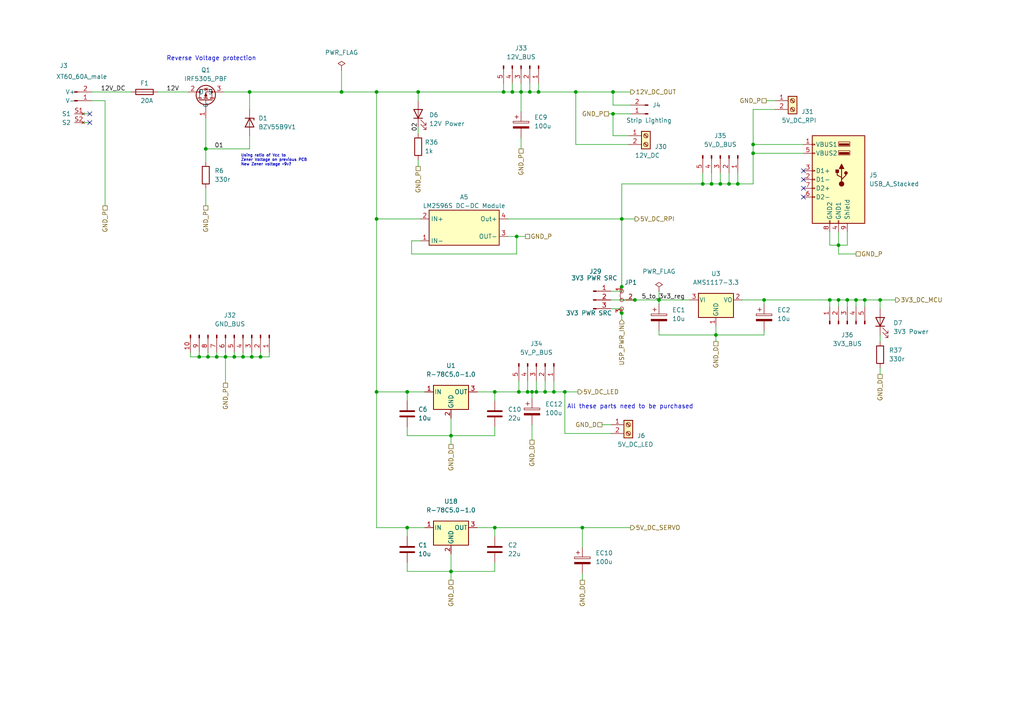
<source format=kicad_sch>
(kicad_sch (version 20211123) (generator eeschema)
  (paper "A4")
  (lib_symbols
    (symbol "000_Capacitor_Electrolytic_Immo:100u" (pin_numbers hide) (pin_names (offset 0.254))
      (property "Reference" "EC" (at 0.635 2.54 0))
      (property "Value" "100u" (at 0.635 -2.54 0))
      (symbol "100u_0_1"
        (rectangle (start -2.286 0.508) (end 2.286 1.016))
        (polyline (pts (xy -1.778 2.286) (xy -0.762 2.286)))
        (polyline (pts (xy -1.27 2.794) (xy -1.27 1.778)))
        (rectangle (start 2.286 -0.508) (end -2.286 -1.016) (fill (type outline)))
      )
      (symbol "100u_1_1"
        (pin passive line (at 0 3.81 270) (length 2.794) (name "~") (number "1"))
        (pin passive line (at 0 -3.81 90) (length 2.794) (name "~") (number "2"))
      )
    )
    (symbol "000_Capacitor_Electrolytic_Immo:22u" (pin_numbers hide) (pin_names (offset 0.254))
      (property "Reference" "EC" (at 0.635 2.54 0))
      (property "Value" "22u" (at 0.635 -2.54 0))
      (symbol "22u_0_1"
        (rectangle (start -2.286 0.508) (end 2.286 1.016))
        (polyline (pts (xy -1.778 2.286) (xy -0.762 2.286)))
        (polyline (pts (xy -1.27 2.794) (xy -1.27 1.778)))
        (rectangle (start 2.286 -0.508) (end -2.286 -1.016) (fill (type outline)))
      )
      (symbol "22u_1_1"
        (pin passive line (at 0 3.81 270) (length 2.794) (name "~") (number "1"))
        (pin passive line (at 0 -3.81 90) (length 2.794) (name "~") (number "2"))
      )
    )
    (symbol "000_Capacitor_Film_Immo:cap_film_0805" (pin_numbers hide) (pin_names (offset 0.254))
      (property "Reference" "C" (at 0.635 2.54 0))
      (property "Value" "cap_film_0805" (at 0.635 -2.54 0))
      (symbol "cap_film_0805_0_1"
        (polyline (pts (xy -2.032 -0.762) (xy 2.032 -0.762)) (stroke (width 0.508)))
        (polyline (pts (xy -2.032 0.762) (xy 2.032 0.762)) (stroke (width 0.508)))
      )
      (symbol "cap_film_0805_1_1"
        (pin passive line (at 0 3.81 270) (length 2.794) (name "~") (number "1"))
        (pin passive line (at 0 -3.81 90) (length 2.794) (name "~") (number "2"))
      )
    )
    (symbol "000_Connectors_Immo:2pin_molex_2.54mm_male" (pin_names (offset 1.016) hide)
      (property "Reference" "J" (at 0 2.54 0))
      (property "Value" "2pin_molex_2.54mm_male" (at 0 -5.08 0))
      (symbol "2pin_molex_2.54mm_male_1_1"
        (polyline (pts (xy 1.27 -2.54) (xy 0.8636 -2.54)) (stroke (width 0.1524)))
        (polyline (pts (xy 1.27 0) (xy 0.8636 0)) (stroke (width 0.1524)))
        (rectangle (start 0.8636 -2.413) (end 0 -2.667) (stroke (width 0.1524)) (fill (type outline)))
        (rectangle (start 0.8636 0.127) (end 0 -0.127) (stroke (width 0.1524)) (fill (type outline)))
        (pin passive line (at 5.08 0 180) (length 3.81) (name "Pin_1") (number "1"))
        (pin passive line (at 5.08 -2.54 180) (length 3.81) (name "Pin_2") (number "2"))
      )
    )
    (symbol "000_Connectors_Immo:Jumper_3_Bridged12" (pin_names (offset 0) hide)
      (property "Reference" "JP" (at -2.54 -2.54 0))
      (property "Value" "Jumper_3_Bridged12" (at 0 2.794 0))
      (symbol "Jumper_3_Bridged12_0_0"
        (circle (center -2.54 0) (radius 0.508))
        (circle (center 0 0) (radius 0.508))
        (circle (center 2.54 0) (radius 0.508))
      )
      (symbol "Jumper_3_Bridged12_0_1"
        (arc (start 0 -0.0807) (mid -1.27 0.4699) (end -2.54 -0.0807))
        (polyline (pts (xy 0 -1.27) (xy 0 -0.508)))
      )
      (symbol "Jumper_3_Bridged12_1_1"
        (pin passive line (at -3.81 0 0) (length 1.27) (name "A") (number "1"))
        (pin input line (at 0 -3.81 90) (length 2.54) (name "C") (number "2"))
        (pin passive line (at 3.81 0 180) (length 1.27) (name "B") (number "3"))
      )
    )
    (symbol "000_Connectors_Immo:XT60_60A_male" (pin_names (offset 1.016))
      (property "Reference" "J?" (at -0.635 6.985 0))
      (property "Value" "XT60_60A_male" (at 10.795 3.81 0))
      (symbol "XT60_60A_male_1_1"
        (rectangle (start 0 -1.778) (end 0.8636 -2.032) (stroke (width 0.1524)) (fill (type outline)))
        (polyline (pts (xy 1.27 -1.905) (xy 0.8636 -1.905)) (stroke (width 0.1524)))
        (polyline (pts (xy 1.27 0.635) (xy 0.8636 0.635)) (stroke (width 0.1524)))
        (rectangle (start 0 0.762) (end 0.8636 0.508) (stroke (width 0.1524)) (fill (type outline)))
        (pin passive line (at 5.08 -1.905 180) (length 3.81) (name "V-") (number "1"))
        (pin passive line (at 5.08 0.635 180) (length 3.81) (name "V+") (number "2"))
        (pin no_connect line (at 2.54 -5.715 180) (length 2.54) (name "S1") (number "S1"))
        (pin no_connect line (at 2.54 -8.255 180) (length 2.54) (name "S2") (number "S2"))
      )
    )
    (symbol "000_MOSFET_Immo:IRF5305_PBF"
      (property "Reference" "Q?" (at 0 10.16 90))
      (property "Value" "IRF5305_PBF" (at 5.08 8.89 90))
      (symbol "IRF5305_PBF_0_1"
        (polyline (pts (xy 0.254 0) (xy -2.54 0)))
        (polyline (pts (xy 0.254 1.905) (xy 0.254 -1.905)) (stroke (width 0.254)))
        (polyline (pts (xy 0.762 -1.27) (xy 0.762 -2.286)) (stroke (width 0.254)))
        (polyline (pts (xy 0.762 0.508) (xy 0.762 -0.508)) (stroke (width 0.254)))
        (polyline (pts (xy 0.762 2.286) (xy 0.762 1.27)) (stroke (width 0.254)))
        (polyline (pts (xy 2.54 2.54) (xy 2.54 1.778)))
        (polyline (pts (xy 2.54 -2.54) (xy 2.54 0) (xy 0.762 0)))
        (polyline (pts (xy 0.762 1.778) (xy 3.302 1.778) (xy 3.302 -1.778) (xy 0.762 -1.778)))
        (polyline (pts (xy 2.286 0) (xy 1.27 0.381) (xy 1.27 -0.381) (xy 2.286 0)) (fill (type outline)))
        (polyline (pts (xy 2.794 -0.508) (xy 2.921 -0.381) (xy 3.683 -0.381) (xy 3.81 -0.254)))
        (polyline (pts (xy 3.302 -0.381) (xy 2.921 0.254) (xy 3.683 0.254) (xy 3.302 -0.381)))
        (circle (center 1.651 0) (radius 2.794) (stroke (width 0.254)))
        (circle (center 2.54 -1.778) (radius 0.254) (fill (type outline)))
        (circle (center 2.54 1.778) (radius 0.254) (fill (type outline)))
      )
      (symbol "IRF5305_PBF_1_1"
        (pin input line (at -5.08 0 0) (length 2.54) (name "G") (number "1"))
        (pin passive line (at 2.54 5.08 270) (length 2.54) (name "D") (number "2"))
        (pin passive line (at 2.54 -5.08 90) (length 2.54) (name "S") (number "3"))
      )
    )
    (symbol "000_Modules_Immo:LM2596S DC-DC Module"
      (property "Reference" "A" (at -10.16 8.89 0))
      (property "Value" "LM2596S DC-DC Module" (at -10.16 6.35 0))
      (symbol "LM2596S DC-DC Module_0_1"
        (rectangle (start -10.16 5.08) (end 10.16 -5.08) (stroke (width 0.254)) (fill (type background)))
      )
      (symbol "LM2596S DC-DC Module_1_1"
        (pin power_in line (at -12.7 -3.81 0) (length 2.54) (name "IN-") (number "1"))
        (pin power_in line (at -12.7 2.54 0) (length 2.54) (name "IN+") (number "2"))
        (pin power_out line (at 12.7 -2.54 180) (length 2.54) (name "OUT-") (number "3"))
        (pin power_out line (at 12.7 2.54 180) (length 2.54) (name "Out+") (number "4"))
      )
    )
    (symbol "000_Pin_Headers_Immo:Conn_01x05_Male" (pin_names (offset 1.016) hide)
      (property "Reference" "J" (at 0 7.62 0))
      (property "Value" "Conn_01x05_Male" (at 0 -7.62 0))
      (symbol "Conn_01x05_Male_1_1"
        (polyline (pts (xy 1.27 -5.08) (xy 0.8636 -5.08)) (stroke (width 0.1524)))
        (polyline (pts (xy 1.27 -2.54) (xy 0.8636 -2.54)) (stroke (width 0.1524)))
        (polyline (pts (xy 1.27 0) (xy 0.8636 0)) (stroke (width 0.1524)))
        (polyline (pts (xy 1.27 2.54) (xy 0.8636 2.54)) (stroke (width 0.1524)))
        (polyline (pts (xy 1.27 5.08) (xy 0.8636 5.08)) (stroke (width 0.1524)))
        (rectangle (start 0.8636 -4.953) (end 0 -5.207) (stroke (width 0.1524)) (fill (type outline)))
        (rectangle (start 0.8636 -2.413) (end 0 -2.667) (stroke (width 0.1524)) (fill (type outline)))
        (rectangle (start 0.8636 0.127) (end 0 -0.127) (stroke (width 0.1524)) (fill (type outline)))
        (rectangle (start 0.8636 2.667) (end 0 2.413) (stroke (width 0.1524)) (fill (type outline)))
        (rectangle (start 0.8636 5.207) (end 0 4.953) (stroke (width 0.1524)) (fill (type outline)))
        (pin passive line (at 5.08 5.08 180) (length 3.81) (name "Pin_1") (number "1"))
        (pin passive line (at 5.08 2.54 180) (length 3.81) (name "Pin_2") (number "2"))
        (pin passive line (at 5.08 0 180) (length 3.81) (name "Pin_3") (number "3"))
        (pin passive line (at 5.08 -2.54 180) (length 3.81) (name "Pin_4") (number "4"))
        (pin passive line (at 5.08 -5.08 180) (length 3.81) (name "Pin_5") (number "5"))
      )
    )
    (symbol "000_Protection_Immo:Fuse" (pin_numbers hide) (pin_names (offset 0))
      (property "Reference" "F" (at 2.032 0 90))
      (property "Value" "Fuse" (at -1.905 0 90))
      (symbol "Fuse_0_1"
        (rectangle (start -0.762 -2.54) (end 0.762 2.54) (stroke (width 0.254)))
        (polyline (pts (xy 0 2.54) (xy 0 -2.54)))
      )
      (symbol "Fuse_1_1"
        (pin passive line (at 0 3.81 270) (length 1.27) (name "~") (number "1"))
        (pin passive line (at 0 -3.81 90) (length 1.27) (name "~") (number "2"))
      )
    )
    (symbol "000_Resistors_Immo:Resistor_0805" (pin_numbers hide) (pin_names (offset 0))
      (property "Reference" "R?" (at -2.54 3.81 0))
      (property "Value" "Resistor_0805" (at -5.08 2.54 0))
      (symbol "Resistor_0805_0_1"
        (rectangle (start 2.54 -1.016) (end -2.54 1.016) (stroke (width 0.254)))
      )
      (symbol "Resistor_0805_1_1"
        (pin passive line (at -3.81 0 0) (length 1.27) (name "~") (number "1"))
        (pin passive line (at 3.81 0 180) (length 1.27) (name "~") (number "2"))
      )
    )
    (symbol "Connector:Conn_01x03_Male" (pin_names (offset 1.016) hide)
      (property "Reference" "J" (at 0 5.08 0))
      (property "Value" "Conn_01x03_Male" (at 2.54 -4.191 0))
      (symbol "Conn_01x03_Male_1_1"
        (polyline (pts (xy 1.27 -2.54) (xy 0.8636 -2.54)) (stroke (width 0.1524)))
        (polyline (pts (xy 1.27 0) (xy 0.8636 0)) (stroke (width 0.1524)))
        (polyline (pts (xy 1.27 2.54) (xy 0.8636 2.54)) (stroke (width 0.1524)))
        (rectangle (start 0.8636 -2.413) (end 0 -2.667) (stroke (width 0.1524)) (fill (type outline)))
        (rectangle (start 0.8636 0.127) (end 0 -0.127) (stroke (width 0.1524)) (fill (type outline)))
        (rectangle (start 0.8636 2.667) (end 0 2.413) (stroke (width 0.1524)) (fill (type outline)))
        (pin passive line (at 5.08 2.54 180) (length 3.81) (name "Pin_1") (number "1"))
        (pin passive line (at 5.08 0 180) (length 3.81) (name "Pin_2") (number "2"))
        (pin passive line (at 5.08 -2.54 180) (length 3.81) (name "Pin_3") (number "3"))
      )
    )
    (symbol "Connector:Conn_01x10_Male" (pin_names (offset 1.016) hide)
      (property "Reference" "J" (at 0 12.7 0))
      (property "Value" "Conn_01x10_Male" (at 0 -15.24 0))
      (symbol "Conn_01x10_Male_1_1"
        (polyline (pts (xy 1.27 -12.7) (xy 0.8636 -12.7)) (stroke (width 0.1524)))
        (polyline (pts (xy 1.27 -10.16) (xy 0.8636 -10.16)) (stroke (width 0.1524)))
        (polyline (pts (xy 1.27 -7.62) (xy 0.8636 -7.62)) (stroke (width 0.1524)))
        (polyline (pts (xy 1.27 -5.08) (xy 0.8636 -5.08)) (stroke (width 0.1524)))
        (polyline (pts (xy 1.27 -2.54) (xy 0.8636 -2.54)) (stroke (width 0.1524)))
        (polyline (pts (xy 1.27 0) (xy 0.8636 0)) (stroke (width 0.1524)))
        (polyline (pts (xy 1.27 2.54) (xy 0.8636 2.54)) (stroke (width 0.1524)))
        (polyline (pts (xy 1.27 5.08) (xy 0.8636 5.08)) (stroke (width 0.1524)))
        (polyline (pts (xy 1.27 7.62) (xy 0.8636 7.62)) (stroke (width 0.1524)))
        (polyline (pts (xy 1.27 10.16) (xy 0.8636 10.16)) (stroke (width 0.1524)))
        (rectangle (start 0.8636 -12.573) (end 0 -12.827) (stroke (width 0.1524)) (fill (type outline)))
        (rectangle (start 0.8636 -10.033) (end 0 -10.287) (stroke (width 0.1524)) (fill (type outline)))
        (rectangle (start 0.8636 -7.493) (end 0 -7.747) (stroke (width 0.1524)) (fill (type outline)))
        (rectangle (start 0.8636 -4.953) (end 0 -5.207) (stroke (width 0.1524)) (fill (type outline)))
        (rectangle (start 0.8636 -2.413) (end 0 -2.667) (stroke (width 0.1524)) (fill (type outline)))
        (rectangle (start 0.8636 0.127) (end 0 -0.127) (stroke (width 0.1524)) (fill (type outline)))
        (rectangle (start 0.8636 2.667) (end 0 2.413) (stroke (width 0.1524)) (fill (type outline)))
        (rectangle (start 0.8636 5.207) (end 0 4.953) (stroke (width 0.1524)) (fill (type outline)))
        (rectangle (start 0.8636 7.747) (end 0 7.493) (stroke (width 0.1524)) (fill (type outline)))
        (rectangle (start 0.8636 10.287) (end 0 10.033) (stroke (width 0.1524)) (fill (type outline)))
        (pin passive line (at 5.08 10.16 180) (length 3.81) (name "Pin_1") (number "1"))
        (pin passive line (at 5.08 -12.7 180) (length 3.81) (name "Pin_10") (number "10"))
        (pin passive line (at 5.08 7.62 180) (length 3.81) (name "Pin_2") (number "2"))
        (pin passive line (at 5.08 5.08 180) (length 3.81) (name "Pin_3") (number "3"))
        (pin passive line (at 5.08 2.54 180) (length 3.81) (name "Pin_4") (number "4"))
        (pin passive line (at 5.08 0 180) (length 3.81) (name "Pin_5") (number "5"))
        (pin passive line (at 5.08 -2.54 180) (length 3.81) (name "Pin_6") (number "6"))
        (pin passive line (at 5.08 -5.08 180) (length 3.81) (name "Pin_7") (number "7"))
        (pin passive line (at 5.08 -7.62 180) (length 3.81) (name "Pin_8") (number "8"))
        (pin passive line (at 5.08 -10.16 180) (length 3.81) (name "Pin_9") (number "9"))
      )
    )
    (symbol "Connector:Screw_Terminal_01x02" (pin_names (offset 1.016) hide)
      (property "Reference" "J" (at 0 2.54 0))
      (property "Value" "Screw_Terminal_01x02" (at 0 -5.08 0))
      (symbol "Screw_Terminal_01x02_1_1"
        (rectangle (start -1.27 1.27) (end 1.27 -3.81) (stroke (width 0.254)) (fill (type background)))
        (circle (center 0 -2.54) (radius 0.635) (stroke (width 0.1524)))
        (polyline (pts (xy -0.5334 -2.2098) (xy 0.3302 -3.048)) (stroke (width 0.1524)))
        (polyline (pts (xy -0.5334 0.3302) (xy 0.3302 -0.508)) (stroke (width 0.1524)))
        (polyline (pts (xy -0.3556 -2.032) (xy 0.508 -2.8702)) (stroke (width 0.1524)))
        (polyline (pts (xy -0.3556 0.508) (xy 0.508 -0.3302)) (stroke (width 0.1524)))
        (circle (center 0 0) (radius 0.635) (stroke (width 0.1524)))
        (pin passive line (at -5.08 0 0) (length 3.81) (name "Pin_1") (number "1"))
        (pin passive line (at -5.08 -2.54 0) (length 3.81) (name "Pin_2") (number "2"))
      )
    )
    (symbol "Connector:USB_A_Stacked" (pin_names (offset 1.016))
      (property "Reference" "J" (at 0 15.875 0))
      (property "Value" "USB_A_Stacked" (at 0 13.97 0))
      (symbol "USB_A_Stacked_0_1"
        (rectangle (start -7.62 12.7) (end 7.62 -12.7) (stroke (width 0.254)) (fill (type background)))
        (circle (center -2.159 1.905) (radius 0.381) (stroke (width 0.254)) (fill (type outline)))
        (circle (center -0.889 -1.27) (radius 0.635) (stroke (width 0.254)) (fill (type outline)))
        (rectangle (start -0.254 7.366) (end -3.048 7.874) (fill (type outline)))
        (rectangle (start -0.254 9.906) (end -3.048 10.414) (fill (type outline)))
        (rectangle (start -0.127 -12.7) (end 0.127 -11.938))
        (polyline (pts (xy -1.524 3.175) (xy -0.254 3.175) (xy -0.889 4.445) (xy -1.524 3.175)) (stroke (width 0.254)) (fill (type outline)))
        (polyline (pts (xy -0.889 -0.635) (xy -0.889 0) (xy -2.159 1.27) (xy -2.159 1.905)) (stroke (width 0.254)))
        (polyline (pts (xy -0.889 0) (xy -0.889 0.635) (xy 0.381 1.27) (xy 0.381 2.54)) (stroke (width 0.254)))
        (rectangle (start 0 2.794) (end 0.762 2.032) (stroke (width 0.254)) (fill (type outline)))
        (rectangle (start 0 7.112) (end -3.302 8.382))
        (rectangle (start 0 9.652) (end -3.302 10.922))
        (rectangle (start 2.413 -12.7) (end 2.667 -11.938))
        (rectangle (start 7.62 -5.207) (end 6.858 -4.953))
        (rectangle (start 7.62 -2.667) (end 6.858 -2.413))
        (rectangle (start 7.62 -0.127) (end 6.858 0.127))
        (rectangle (start 7.62 2.413) (end 6.858 2.667))
        (rectangle (start 7.62 7.493) (end 6.858 7.747))
        (rectangle (start 7.62 10.033) (end 6.858 10.287))
      )
      (symbol "USB_A_Stacked_1_1"
        (polyline (pts (xy -0.889 0.635) (xy -0.889 3.175)) (stroke (width 0.254)))
        (pin power_in line (at 10.16 10.16 180) (length 2.54) (name "VBUS1") (number "1"))
        (pin bidirectional line (at 10.16 0 180) (length 2.54) (name "D1-") (number "2"))
        (pin bidirectional line (at 10.16 2.54 180) (length 2.54) (name "D1+") (number "3"))
        (pin power_in line (at 0 -15.24 90) (length 2.54) (name "GND1") (number "4"))
        (pin power_in line (at 10.16 7.62 180) (length 2.54) (name "VBUS2") (number "5"))
        (pin bidirectional line (at 10.16 -5.08 180) (length 2.54) (name "D2-") (number "6"))
        (pin bidirectional line (at 10.16 -2.54 180) (length 2.54) (name "D2+") (number "7"))
        (pin power_in line (at 2.54 -15.24 90) (length 2.54) (name "GND2") (number "8"))
        (pin passive line (at -2.54 -15.24 90) (length 2.54) (name "Shield") (number "9"))
      )
    )
    (symbol "Device:LED" (pin_numbers hide) (pin_names (offset 1.016) hide)
      (property "Reference" "D" (at 0 2.54 0))
      (property "Value" "LED" (at 0 -2.54 0))
      (symbol "LED_0_1"
        (polyline (pts (xy -1.27 -1.27) (xy -1.27 1.27)) (stroke (width 0.254)))
        (polyline (pts (xy -1.27 0) (xy 1.27 0)))
        (polyline (pts (xy 1.27 -1.27) (xy 1.27 1.27) (xy -1.27 0) (xy 1.27 -1.27)) (stroke (width 0.254)))
        (polyline (pts (xy -3.048 -0.762) (xy -4.572 -2.286) (xy -3.81 -2.286) (xy -4.572 -2.286) (xy -4.572 -1.524)))
        (polyline (pts (xy -1.778 -0.762) (xy -3.302 -2.286) (xy -2.54 -2.286) (xy -3.302 -2.286) (xy -3.302 -1.524)))
      )
      (symbol "LED_1_1"
        (pin passive line (at -3.81 0 0) (length 2.54) (name "K") (number "1"))
        (pin passive line (at 3.81 0 180) (length 2.54) (name "A") (number "2"))
      )
    )
    (symbol "Diode:BZV55B9V1" (pin_numbers hide) (pin_names (offset 1.016) hide)
      (property "Reference" "D" (at 0 2.54 0))
      (property "Value" "BZV55B9V1" (at 0 -2.54 0))
      (symbol "BZV55B9V1_0_1"
        (polyline (pts (xy 1.27 0) (xy -1.27 0)))
        (polyline (pts (xy -1.27 -1.27) (xy -1.27 1.27) (xy -0.762 1.27)) (stroke (width 0.254)))
        (polyline (pts (xy 1.27 -1.27) (xy 1.27 1.27) (xy -1.27 0) (xy 1.27 -1.27)) (stroke (width 0.254)))
      )
      (symbol "BZV55B9V1_1_1"
        (pin passive line (at -3.81 0 0) (length 2.54) (name "K") (number "1"))
        (pin passive line (at 3.81 0 180) (length 2.54) (name "A") (number "2"))
      )
    )
    (symbol "Regulator_Linear:AMS1117-3.3" (pin_names (offset 0.254))
      (property "Reference" "U" (at -3.81 3.175 0))
      (property "Value" "AMS1117-3.3" (at 0 3.175 0))
      (symbol "AMS1117-3.3_0_1"
        (rectangle (start -5.08 -5.08) (end 5.08 1.905) (stroke (width 0.254)) (fill (type background)))
      )
      (symbol "AMS1117-3.3_1_1"
        (pin power_in line (at 0 -7.62 90) (length 2.54) (name "GND") (number "1"))
        (pin power_out line (at 7.62 0 180) (length 2.54) (name "VO") (number "2"))
        (pin power_in line (at -7.62 0 0) (length 2.54) (name "VI") (number "3"))
      )
    )
    (symbol "Regulator_Switching:R-78C5.0-1.0" (pin_names (offset 0.254))
      (property "Reference" "U" (at -3.81 3.175 0))
      (property "Value" "R-78C5.0-1.0" (at 0 3.175 0))
      (symbol "R-78C5.0-1.0_0_1"
        (rectangle (start -5.08 1.905) (end 5.08 -5.08) (stroke (width 0.254)) (fill (type background)))
      )
      (symbol "R-78C5.0-1.0_1_1"
        (pin power_in line (at -7.62 0 0) (length 2.54) (name "IN") (number "1"))
        (pin power_in line (at 0 -7.62 90) (length 2.54) (name "GND") (number "2"))
        (pin power_out line (at 7.62 0 180) (length 2.54) (name "OUT") (number "3"))
      )
    )
    (symbol "power:PWR_FLAG" (power) (pin_numbers hide) (pin_names (offset 0) hide)
      (property "Value" "PWR_FLAG" (at 0 3.81 0))
      (symbol "PWR_FLAG_0_0"
        (pin power_out line (at 0 0 90) (length 0) (name "pwr") (number "1"))
      )
      (symbol "PWR_FLAG_0_1"
        (polyline (pts (xy 0 0) (xy 0 1.27) (xy -1.016 1.905) (xy 0 2.54) (xy 1.016 1.905) (xy 0 1.27)))
      )
    )
  )
  (junction (at 70.485 103.505))
  (junction (at 203.835 53.34))
  (junction (at 248.285 86.995))
  (junction (at 206.375 53.34))
  (junction (at 184.15 86.995))
  (junction (at 208.915 53.34))
  (junction (at 240.665 86.995))
  (junction (at 99.06 26.67))
  (junction (at 211.455 53.34))
  (junction (at 109.22 26.67))
  (junction (at 156.21 26.67))
  (junction (at 218.44 41.91))
  (junction (at 109.22 113.665))
  (junction (at 154.305 113.665))
  (junction (at 143.51 113.665))
  (junction (at 153.035 113.665))
  (junction (at 177.8 26.67))
  (junction (at 250.825 86.995))
  (junction (at 158.115 113.665))
  (junction (at 109.22 63.5))
  (junction (at 130.81 165.735))
  (junction (at 121.285 26.67))
  (junction (at 73.025 103.505))
  (junction (at 243.205 71.12))
  (junction (at 151.13 26.67))
  (junction (at 72.39 26.67))
  (junction (at 60.325 103.505))
  (junction (at 191.135 86.995))
  (junction (at 180.34 63.5))
  (junction (at 243.205 86.995))
  (junction (at 67.945 103.505))
  (junction (at 153.67 26.67))
  (junction (at 149.86 68.58))
  (junction (at 255.27 86.995))
  (junction (at 167.005 26.67))
  (junction (at 57.785 103.505))
  (junction (at 150.495 113.665))
  (junction (at 155.575 113.665))
  (junction (at 163.83 113.665))
  (junction (at 59.69 43.18))
  (junction (at 160.655 113.665))
  (junction (at 130.81 126.365))
  (junction (at 146.05 26.67))
  (junction (at 65.405 103.505))
  (junction (at 168.91 153.035))
  (junction (at 75.565 103.505))
  (junction (at 207.645 97.155))
  (junction (at 213.995 53.34))
  (junction (at 148.59 26.67))
  (junction (at 177.8 33.02))
  (junction (at 245.745 86.995))
  (junction (at 218.44 44.45))
  (junction (at 62.865 103.505))
  (junction (at 118.11 153.035))
  (junction (at 221.615 86.995))
  (junction (at 143.51 153.035))
  (junction (at 180.34 90.805))
  (junction (at 118.11 113.665))
  (junction (at 180.34 83.185))
  (no_connect (at 233.045 49.53))
  (no_connect (at 233.045 52.07))
  (no_connect (at 233.045 54.61))
  (no_connect (at 233.045 57.15))
  (no_connect (at 26.035 33.02))
  (no_connect (at 26.035 35.56))
  (wire (pts (xy 221.615 86.995) (xy 221.615 88.265)))
  (wire (pts (xy 143.51 113.665) (xy 150.495 113.665)))
  (wire (pts (xy 118.11 113.665) (xy 118.11 116.205)))
  (wire (pts (xy 255.27 86.995) (xy 259.715 86.995)))
  (wire (pts (xy 153.67 26.67) (xy 156.21 26.67)))
  (wire (pts (xy 177.8 33.02) (xy 182.88 33.02)))
  (wire (pts (xy 121.92 69.85) (xy 119.38 69.85)))
  (wire (pts (xy 191.135 88.265) (xy 191.135 86.995)))
  (wire (pts (xy 167.005 26.67) (xy 177.8 26.67)))
  (wire (pts (xy 154.305 115.57) (xy 154.305 113.665)))
  (wire (pts (xy 156.21 24.13) (xy 156.21 26.67)))
  (wire (pts (xy 118.11 163.195) (xy 118.11 165.735)))
  (wire (pts (xy 55.245 103.505) (xy 55.245 102.235)))
  (wire (pts (xy 215.265 86.995) (xy 221.615 86.995)))
  (wire (pts (xy 75.565 103.505) (xy 73.025 103.505)))
  (wire (pts (xy 243.205 67.31) (xy 243.205 71.12)))
  (wire (pts (xy 180.34 53.34) (xy 180.34 63.5)))
  (wire (pts (xy 180.34 90.805) (xy 180.34 92.71)))
  (wire (pts (xy 148.59 24.13) (xy 148.59 26.67)))
  (wire (pts (xy 151.13 26.67) (xy 153.67 26.67)))
  (wire (pts (xy 118.11 153.035) (xy 123.19 153.035)))
  (wire (pts (xy 30.48 29.21) (xy 30.48 59.69)))
  (wire (pts (xy 130.81 168.275) (xy 130.81 165.735)))
  (wire (pts (xy 155.575 110.49) (xy 155.575 113.665)))
  (wire (pts (xy 207.645 94.615) (xy 207.645 97.155)))
  (wire (pts (xy 146.05 24.13) (xy 146.05 26.67)))
  (wire (pts (xy 218.44 44.45) (xy 233.045 44.45)))
  (wire (pts (xy 177.165 86.995) (xy 184.15 86.995)))
  (wire (pts (xy 109.22 63.5) (xy 109.22 113.665)))
  (wire (pts (xy 240.665 71.12) (xy 240.665 67.31)))
  (wire (pts (xy 243.205 73.66) (xy 248.285 73.66)))
  (wire (pts (xy 59.69 54.61) (xy 59.69 59.69)))
  (wire (pts (xy 143.51 163.195) (xy 143.51 165.735)))
  (wire (pts (xy 70.485 103.505) (xy 67.945 103.505)))
  (wire (pts (xy 191.135 86.995) (xy 200.025 86.995)))
  (wire (pts (xy 177.165 84.455) (xy 180.34 84.455)))
  (wire (pts (xy 184.15 86.995) (xy 191.135 86.995)))
  (wire (pts (xy 57.785 103.505) (xy 55.245 103.505)))
  (wire (pts (xy 206.375 53.34) (xy 208.915 53.34)))
  (wire (pts (xy 130.81 165.735) (xy 143.51 165.735)))
  (wire (pts (xy 147.32 68.58) (xy 149.86 68.58)))
  (wire (pts (xy 75.565 102.235) (xy 75.565 103.505)))
  (wire (pts (xy 73.025 103.505) (xy 70.485 103.505)))
  (wire (pts (xy 150.495 113.665) (xy 153.035 113.665)))
  (wire (pts (xy 130.81 126.365) (xy 130.81 128.905)))
  (wire (pts (xy 26.67 29.21) (xy 30.48 29.21)))
  (wire (pts (xy 245.745 86.995) (xy 248.285 86.995)))
  (wire (pts (xy 243.205 73.66) (xy 243.205 71.12)))
  (wire (pts (xy 155.575 113.665) (xy 158.115 113.665)))
  (wire (pts (xy 218.44 41.91) (xy 233.045 41.91)))
  (wire (pts (xy 250.825 86.995) (xy 250.825 88.9)))
  (wire (pts (xy 177.165 89.535) (xy 180.34 89.535)))
  (wire (pts (xy 72.39 26.67) (xy 72.39 31.75)))
  (wire (pts (xy 143.51 113.665) (xy 143.51 116.205)))
  (wire (pts (xy 121.285 36.83) (xy 121.285 38.735)))
  (wire (pts (xy 118.11 165.735) (xy 130.81 165.735)))
  (wire (pts (xy 57.785 102.235) (xy 57.785 103.505)))
  (wire (pts (xy 62.865 103.505) (xy 60.325 103.505)))
  (wire (pts (xy 62.865 102.235) (xy 62.865 103.505)))
  (wire (pts (xy 177.8 26.67) (xy 182.88 26.67)))
  (wire (pts (xy 109.22 26.67) (xy 121.285 26.67)))
  (wire (pts (xy 167.005 41.91) (xy 182.245 41.91)))
  (wire (pts (xy 143.51 153.035) (xy 168.91 153.035)))
  (wire (pts (xy 163.83 125.73) (xy 163.83 113.665)))
  (wire (pts (xy 72.39 39.37) (xy 72.39 43.18)))
  (wire (pts (xy 240.665 71.12) (xy 243.205 71.12)))
  (wire (pts (xy 255.27 86.995) (xy 255.27 89.535)))
  (wire (pts (xy 218.44 44.45) (xy 218.44 53.34)))
  (wire (pts (xy 208.915 50.165) (xy 208.915 53.34)))
  (wire (pts (xy 72.39 26.67) (xy 99.06 26.67)))
  (wire (pts (xy 60.325 103.505) (xy 57.785 103.505)))
  (wire (pts (xy 180.34 89.535) (xy 180.34 90.805)))
  (wire (pts (xy 121.285 26.67) (xy 146.05 26.67)))
  (wire (pts (xy 168.91 153.035) (xy 168.91 158.75)))
  (wire (pts (xy 148.59 26.67) (xy 151.13 26.67)))
  (wire (pts (xy 130.81 165.735) (xy 130.81 160.655)))
  (wire (pts (xy 221.615 86.995) (xy 240.665 86.995)))
  (wire (pts (xy 149.86 73.66) (xy 149.86 68.58)))
  (wire (pts (xy 154.305 113.665) (xy 155.575 113.665)))
  (wire (pts (xy 180.34 63.5) (xy 184.15 63.5)))
  (wire (pts (xy 118.11 113.665) (xy 123.19 113.665)))
  (wire (pts (xy 182.245 39.37) (xy 177.8 39.37)))
  (wire (pts (xy 174.625 123.19) (xy 177.165 123.19)))
  (wire (pts (xy 218.44 31.75) (xy 218.44 41.91)))
  (wire (pts (xy 99.06 26.67) (xy 109.22 26.67)))
  (wire (pts (xy 154.305 123.19) (xy 154.305 127.635)))
  (wire (pts (xy 160.655 113.665) (xy 163.83 113.665)))
  (wire (pts (xy 245.745 67.31) (xy 245.745 71.12)))
  (wire (pts (xy 248.285 86.995) (xy 248.285 88.9)))
  (wire (pts (xy 243.205 86.995) (xy 243.205 88.9)))
  (wire (pts (xy 150.495 110.49) (xy 150.495 113.665)))
  (wire (pts (xy 118.11 126.365) (xy 130.81 126.365)))
  (wire (pts (xy 138.43 153.035) (xy 143.51 153.035)))
  (wire (pts (xy 180.34 53.34) (xy 203.835 53.34)))
  (wire (pts (xy 153.035 113.665) (xy 154.305 113.665)))
  (wire (pts (xy 158.115 110.49) (xy 158.115 113.665)))
  (wire (pts (xy 147.32 63.5) (xy 180.34 63.5)))
  (wire (pts (xy 211.455 50.165) (xy 211.455 53.34)))
  (wire (pts (xy 99.06 20.32) (xy 99.06 26.67)))
  (wire (pts (xy 151.13 24.13) (xy 151.13 26.67)))
  (wire (pts (xy 191.135 84.455) (xy 191.135 86.995)))
  (wire (pts (xy 243.205 71.12) (xy 245.745 71.12)))
  (wire (pts (xy 163.83 113.665) (xy 167.64 113.665)))
  (wire (pts (xy 78.105 102.235) (xy 78.105 103.505)))
  (wire (pts (xy 65.405 102.235) (xy 65.405 103.505)))
  (wire (pts (xy 73.025 102.235) (xy 73.025 103.505)))
  (wire (pts (xy 222.25 29.21) (xy 224.79 29.21)))
  (wire (pts (xy 26.67 26.67) (xy 38.1 26.67)))
  (wire (pts (xy 78.105 103.505) (xy 75.565 103.505)))
  (wire (pts (xy 167.005 26.67) (xy 167.005 41.91)))
  (wire (pts (xy 160.655 110.49) (xy 160.655 113.665)))
  (wire (pts (xy 118.11 123.825) (xy 118.11 126.365)))
  (wire (pts (xy 203.835 53.34) (xy 206.375 53.34)))
  (wire (pts (xy 59.69 43.18) (xy 59.69 46.99)))
  (wire (pts (xy 168.91 153.035) (xy 182.88 153.035)))
  (wire (pts (xy 218.44 31.75) (xy 224.79 31.75)))
  (wire (pts (xy 65.405 103.505) (xy 62.865 103.505)))
  (wire (pts (xy 203.835 50.165) (xy 203.835 53.34)))
  (wire (pts (xy 213.995 53.34) (xy 218.44 53.34)))
  (wire (pts (xy 143.51 153.035) (xy 143.51 155.575)))
  (wire (pts (xy 121.285 46.355) (xy 121.285 48.26)))
  (wire (pts (xy 206.375 50.165) (xy 206.375 53.34)))
  (wire (pts (xy 240.665 88.9) (xy 240.665 86.995)))
  (wire (pts (xy 149.86 68.58) (xy 152.4 68.58)))
  (wire (pts (xy 60.325 102.235) (xy 60.325 103.505)))
  (wire (pts (xy 59.69 34.29) (xy 59.69 43.18)))
  (wire (pts (xy 143.51 123.825) (xy 143.51 126.365)))
  (wire (pts (xy 191.135 97.155) (xy 207.645 97.155)))
  (wire (pts (xy 70.485 102.235) (xy 70.485 103.505)))
  (wire (pts (xy 250.825 86.995) (xy 255.27 86.995)))
  (wire (pts (xy 213.995 50.165) (xy 213.995 53.34)))
  (wire (pts (xy 255.27 106.68) (xy 255.27 108.585)))
  (wire (pts (xy 65.405 103.505) (xy 67.945 103.505)))
  (wire (pts (xy 221.615 97.155) (xy 207.645 97.155)))
  (wire (pts (xy 121.285 26.67) (xy 121.285 29.21)))
  (wire (pts (xy 109.22 113.665) (xy 118.11 113.665)))
  (wire (pts (xy 168.91 166.37) (xy 168.91 168.275)))
  (wire (pts (xy 177.8 39.37) (xy 177.8 33.02)))
  (wire (pts (xy 24.13 35.56) (xy 26.035 35.56)))
  (wire (pts (xy 163.83 125.73) (xy 177.165 125.73)))
  (wire (pts (xy 182.88 30.48) (xy 177.8 30.48)))
  (wire (pts (xy 109.22 153.035) (xy 118.11 153.035)))
  (wire (pts (xy 153.035 110.49) (xy 153.035 113.665)))
  (wire (pts (xy 221.615 95.885) (xy 221.615 97.155)))
  (wire (pts (xy 218.44 41.91) (xy 218.44 44.45)))
  (wire (pts (xy 156.21 26.67) (xy 167.005 26.67)))
  (wire (pts (xy 119.38 73.66) (xy 149.86 73.66)))
  (wire (pts (xy 109.22 63.5) (xy 121.92 63.5)))
  (wire (pts (xy 207.645 97.155) (xy 207.645 99.06)))
  (wire (pts (xy 153.67 24.13) (xy 153.67 26.67)))
  (wire (pts (xy 138.43 113.665) (xy 143.51 113.665)))
  (wire (pts (xy 180.34 83.185) (xy 180.34 63.5)))
  (wire (pts (xy 240.665 86.995) (xy 243.205 86.995)))
  (wire (pts (xy 72.39 43.18) (xy 59.69 43.18)))
  (wire (pts (xy 176.53 33.02) (xy 177.8 33.02)))
  (wire (pts (xy 67.945 102.235) (xy 67.945 103.505)))
  (wire (pts (xy 65.405 103.505) (xy 65.405 111.125)))
  (wire (pts (xy 118.11 153.035) (xy 118.11 155.575)))
  (wire (pts (xy 211.455 53.34) (xy 213.995 53.34)))
  (wire (pts (xy 146.05 26.67) (xy 148.59 26.67)))
  (wire (pts (xy 180.34 84.455) (xy 180.34 83.185)))
  (wire (pts (xy 255.27 97.155) (xy 255.27 99.06)))
  (wire (pts (xy 158.115 113.665) (xy 160.655 113.665)))
  (wire (pts (xy 245.745 86.995) (xy 245.745 88.9)))
  (wire (pts (xy 119.38 69.85) (xy 119.38 73.66)))
  (wire (pts (xy 151.13 26.67) (xy 151.13 32.385)))
  (wire (pts (xy 64.77 26.67) (xy 72.39 26.67)))
  (wire (pts (xy 208.915 53.34) (xy 211.455 53.34)))
  (wire (pts (xy 248.285 86.995) (xy 250.825 86.995)))
  (wire (pts (xy 45.72 26.67) (xy 54.61 26.67)))
  (wire (pts (xy 109.22 26.67) (xy 109.22 63.5)))
  (wire (pts (xy 143.51 126.365) (xy 130.81 126.365)))
  (wire (pts (xy 243.205 86.995) (xy 245.745 86.995)))
  (wire (pts (xy 151.13 40.005) (xy 151.13 43.18)))
  (wire (pts (xy 109.22 113.665) (xy 109.22 153.035)))
  (wire (pts (xy 130.81 126.365) (xy 130.81 121.285)))
  (wire (pts (xy 177.8 30.48) (xy 177.8 26.67)))
  (wire (pts (xy 191.135 95.885) (xy 191.135 97.155)))
  (wire (pts (xy 24.13 33.02) (xy 26.035 33.02)))
  (text "Reverse Voltage protection" (at 48.26 17.78 0) (effects (font (size 1.27 1.27)) (justify left bottom)))
  (text "Using ratio of Vcc to \nZener Voltage on previous PCB\nNew Zener voltage ~9v?" (at 69.85 48.26 0) (effects (font (size 0.8 0.8)) (justify left bottom)))
  (text "All these parts need to be purchased" (at 164.465 118.745 0) (effects (font (size 1.27 1.27)) (justify left bottom)))
  (label "01" (at 62.23 43.18 0))
  (label "12V" (at 48.26 26.67 0))
  (label "02" (at 121.285 38.1 90))
  (label "5_to_3v3_reg" (at 186.055 86.995 0))
  (label "12V_DC" (at 29.21 26.67 0))
  (hierarchical_label "GND_D" (shape passive) (at 130.81 128.905 270))
  (hierarchical_label "GND_D" (shape passive) (at 255.27 108.585 270))
  (hierarchical_label "GND_D" (shape passive) (at 168.91 168.275 270))
  (hierarchical_label "GND_P" (shape passive) (at 30.48 59.69 270))
  (hierarchical_label "3V3_DC_MCU" (shape output) (at 259.715 86.995 0))
  (hierarchical_label "GND_P" (shape passive) (at 59.69 59.69 270))
  (hierarchical_label "GND_P" (shape passive) (at 151.13 43.18 270))
  (hierarchical_label "5V_DC_SERVO" (shape output) (at 182.88 153.035 0))
  (hierarchical_label "GND_D" (shape passive) (at 174.625 123.19 180))
  (hierarchical_label "5V_DC_RPI" (shape output) (at 184.15 63.5 0))
  (hierarchical_label "GND_P" (shape passive) (at 248.285 73.66 0))
  (hierarchical_label "GND_D" (shape passive) (at 207.645 99.06 270))
  (hierarchical_label "GND_P" (shape passive) (at 65.405 111.125 270))
  (hierarchical_label "GND_D" (shape passive) (at 154.305 127.635 270))
  (hierarchical_label "GND_P" (shape passive) (at 222.25 29.21 180))
  (hierarchical_label "GND_D" (shape passive) (at 130.81 168.275 270))
  (hierarchical_label "GND_P" (shape passive) (at 152.4 68.58 0))
  (hierarchical_label "12V_DC_OUT" (shape output) (at 182.88 26.67 0))
  (hierarchical_label "GND_P" (shape passive) (at 176.53 33.02 180))
  (hierarchical_label "GND_P" (shape passive) (at 121.285 48.26 270))
  (hierarchical_label "USP_PWR_IN" (shape input) (at 180.34 92.71 270))
  (hierarchical_label "5V_DC_LED" (shape output) (at 167.64 113.665 0))
  (symbol (lib_id "000_Pin_Headers_Immo:Conn_01x05_Male") (at 151.13 19.05 270) (unit 1)
    (property "Reference" "J33" (at 151.13 13.97 90))
    (property "Value" "12V_BUS" (at 151.13 16.51 90))
    (property "Footprint" "Connector_PinHeader_2.54mm:PinHeader_1x05_P2.54mm_Vertical" (effects hide))
  )
  (symbol (lib_id "Connector:Conn_01x03_Male") (at 172.085 86.995 0) (unit 1)
    (property "Reference" "J29" (at 172.72 78.74 0))
    (property "Value" "3V3 PWR SRC" (at 170.815 90.805 0))
    (property "Footprint" "Connector_PinHeader_2.54mm:PinHeader_1x03_P2.54mm_Vertical" (effects hide))
  )
  (symbol (lib_id "power:PWR_FLAG") (at 191.135 84.455 0) (unit 1)
    (property "Reference" "#FLG0101" (effects hide))
    (property "Value" "PWR_FLAG" (at 191.135 78.74 0))
  )
  (symbol (lib_id "Connector:Conn_01x10_Male") (at 67.945 97.155 270) (unit 1)
    (property "Reference" "J32" (at 66.675 91.44 90))
    (property "Value" "GND_BUS" (at 66.675 93.98 90))
    (property "Footprint" "Connector_PinHeader_1.27mm:PinHeader_1x10_P1.27mm_Vertical" (effects hide))
  )
  (symbol (lib_id "000_Resistors_Immo:Resistor_0805") (at 121.285 42.545 90) (unit 1)
    (property "Reference" "R36" (at 123.19 41.2749 90) (effects (justify right)))
    (property "Value" "1k" (at 123.19 43.8149 90) (effects (justify right)))
    (property "Footprint" "Resistor_SMD:R_0805_2012Metric_Pad1.20x1.40mm_HandSolder" (effects hide))
  )
  (symbol (lib_id "Device:LED") (at 121.285 33.02 90) (unit 1)
    (property "Reference" "D6" (at 124.46 33.3374 90) (effects (justify right)))
    (property "Value" "12V Power" (at 124.46 35.8774 90) (effects (justify right)))
    (property "Footprint" "Diode_SMD:D_0805_2012Metric_Pad1.15x1.40mm_HandSolder" (effects hide))
  )
  (symbol (lib_id "000_Capacitor_Electrolytic_Immo:22u") (at 221.615 92.075 0) (unit 1)
    (property "Reference" "EC2" (at 225.425 89.9159 0) (effects (justify left)))
    (property "Value" "10u" (at 225.425 92.4559 0) (effects (justify left)))
    (property "Footprint" "Capacitor_SMD:CP_Elec_4x5.4" (effects hide))
  )
  (symbol (lib_id "000_MOSFET_Immo:IRF5305_PBF") (at 59.69 29.21 90) (unit 1)
    (property "Reference" "Q1" (at 59.69 20.32 90))
    (property "Value" "IRF5305_PBF" (at 59.69 22.86 90))
    (property "Footprint" "Package_TO_SOT_THT:TO-220-3_Vertical" (effects hide))
    (property "Datasheet" "http://www.infineon.com/dgdl/irf4905.pdf?fileId=5546d462533600a4015355e32165197c" (effects hide))
  )
  (symbol (lib_id "000_Connectors_Immo:XT60_60A_male") (at 21.59 27.305 0) (unit 1)
    (property "Reference" "J3" (at 19.685 19.05 0) (effects (justify right)))
    (property "Value" "XT60_60A_male" (at 31.115 22.225 0) (effects (justify right)))
    (property "Footprint" "Connector_AMASS:AMASS_XT60PW-M" (effects hide))
  )
  (symbol (lib_id "Connector:Screw_Terminal_01x02") (at 182.245 123.19 0) (unit 1)
    (property "Reference" "J6" (at 184.785 126.365 0) (effects (justify left)))
    (property "Value" "5V_DC_LED" (at 179.07 128.905 0) (effects (justify left)))
    (property "Footprint" "TerminalBlock:TerminalBlock_Altech_AK300-2_P5.00mm" (effects hide))
  )
  (symbol (lib_id "Diode:BZV55B9V1") (at 72.39 35.56 270) (unit 1)
    (property "Reference" "D1" (at 74.93 34.2899 90) (effects (justify left)))
    (property "Value" "BZV55B9V1" (at 74.93 36.8299 90) (effects (justify left)))
    (property "Footprint" "Diode_SMD:D_MiniMELF" (effects hide))
    (property "Datasheet" "https://assets.nexperia.com/documents/data-sheet/BZV55_SER.pdf" (effects hide))
  )
  (symbol (lib_id "000_Capacitor_Film_Immo:cap_film_0805") (at 118.11 120.015 0) (unit 1)
    (property "Reference" "C6" (at 121.285 118.7449 0) (effects (justify left)))
    (property "Value" "10u" (at 121.285 121.2849 0) (effects (justify left)))
    (property "Footprint" "Capacitor_SMD:C_0805_2012Metric_Pad1.18x1.45mm_HandSolder" (effects hide))
  )
  (symbol (lib_id "power:PWR_FLAG") (at 99.06 20.32 0) (unit 1)
    (property "Reference" "#FLG01" (effects hide))
    (property "Value" "PWR_FLAG" (at 99.06 15.24 0))
  )
  (symbol (lib_id "Connector:Screw_Terminal_01x02") (at 187.325 39.37 0) (unit 1)
    (property "Reference" "J30" (at 189.865 42.545 0) (effects (justify left)))
    (property "Value" "12V_DC" (at 184.15 45.085 0) (effects (justify left)))
    (property "Footprint" "TerminalBlock:TerminalBlock_Altech_AK300-2_P5.00mm" (effects hide))
  )
  (symbol (lib_id "000_Capacitor_Film_Immo:cap_film_0805") (at 118.11 159.385 0) (unit 1)
    (property "Reference" "C1" (at 121.285 158.1149 0) (effects (justify left)))
    (property "Value" "10u" (at 121.285 160.6549 0) (effects (justify left)))
    (property "Footprint" "Capacitor_SMD:C_0805_2012Metric_Pad1.18x1.45mm_HandSolder" (effects hide))
  )
  (symbol (lib_id "000_Capacitor_Electrolytic_Immo:100u") (at 151.13 36.195 0) (unit 1)
    (property "Reference" "EC9" (at 154.94 34.0359 0) (effects (justify left)))
    (property "Value" "100u" (at 154.94 36.5759 0) (effects (justify left)))
    (property "Footprint" "Capacitor_SMD:CP_Elec_6.3x7.7" (effects hide))
  )
  (symbol (lib_id "Regulator_Linear:AMS1117-3.3") (at 207.645 86.995 0) (unit 1)
    (property "Reference" "U3" (at 207.645 79.375 0))
    (property "Value" "AMS1117-3.3" (at 207.645 81.915 0))
    (property "Footprint" "Package_TO_SOT_SMD:SOT-223-3_TabPin2" (effects hide))
    (property "Datasheet" "http://www.advanced-monolithic.com/pdf/ds1117.pdf" (effects hide))
  )
  (symbol (lib_id "000_Modules_Immo:LM2596S DC-DC Module") (at 134.62 66.04 0) (unit 1)
    (property "Reference" "A5" (at 134.62 57.15 0))
    (property "Value" "LM2596S DC-DC Module" (at 134.62 59.69 0))
    (property "Footprint" "Module:LM2596S DC-DC Module" (effects hide))
    (property "Datasheet" "http://www.ti.com/lit/ds/symlink/lm2596.pdf" (effects hide))
  )
  (symbol (lib_id "000_Capacitor_Electrolytic_Immo:100u") (at 168.91 162.56 0) (unit 1)
    (property "Reference" "EC10" (at 172.72 160.4009 0) (effects (justify left)))
    (property "Value" "100u" (at 172.72 162.9409 0) (effects (justify left)))
    (property "Footprint" "Capacitor_SMD:CP_Elec_6.3x7.7" (effects hide))
  )
  (symbol (lib_id "000_Protection_Immo:Fuse") (at 41.91 26.67 90) (unit 1)
    (property "Reference" "F1" (at 43.18 24.13 90) (effects (justify left)))
    (property "Value" "20A" (at 44.45 29.21 90) (effects (justify left)))
    (property "Footprint" "Fuse:Fuseholder_Cylinder-5x20mm_Stelvio-Kontek_PTF78_Horizontal_Open" (effects hide))
  )
  (symbol (lib_id "000_Connectors_Immo:2pin_molex_2.54mm_male") (at 187.96 33.02 180) (unit 1)
    (property "Reference" "J4" (at 189.23 30.4799 0) (effects (justify right)))
    (property "Value" "Strip Lighting" (at 181.61 34.925 0) (effects (justify right)))
    (property "Footprint" "Connector_Molex:Molex_KK-254_AE-6410-02A_1x02_P2.54mm_Vertical" (effects hide))
  )
  (symbol (lib_id "000_Capacitor_Electrolytic_Immo:100u") (at 154.305 119.38 0) (unit 1)
    (property "Reference" "EC12" (at 158.115 117.2209 0) (effects (justify left)))
    (property "Value" "100u" (at 158.115 119.7609 0) (effects (justify left)))
    (property "Footprint" "Capacitor_SMD:CP_Elec_6.3x7.7" (effects hide))
  )
  (symbol (lib_id "000_Pin_Headers_Immo:Conn_01x05_Male") (at 155.575 105.41 270) (unit 1)
    (property "Reference" "J34" (at 155.575 99.695 90))
    (property "Value" "5V_P_BUS" (at 155.575 102.235 90))
    (property "Footprint" "Connector_PinHeader_2.54mm:PinHeader_1x05_P2.54mm_Vertical" (effects hide))
  )
  (symbol (lib_id "000_Capacitor_Film_Immo:cap_film_0805") (at 143.51 120.015 0) (unit 1)
    (property "Reference" "C10" (at 147.32 118.7449 0) (effects (justify left)))
    (property "Value" "22u" (at 147.32 121.2849 0) (effects (justify left)))
    (property "Footprint" "Capacitor_SMD:C_0805_2012Metric_Pad1.18x1.45mm_HandSolder" (effects hide))
  )
  (symbol (lib_id "Connector:Screw_Terminal_01x02") (at 229.87 29.21 0) (unit 1)
    (property "Reference" "J31" (at 232.41 32.385 0) (effects (justify left)))
    (property "Value" "5V_DC_RPI" (at 226.695 34.925 0) (effects (justify left)))
    (property "Footprint" "TerminalBlock:TerminalBlock_Altech_AK300-2_P5.00mm" (effects hide))
  )
  (symbol (lib_id "000_Resistors_Immo:Resistor_0805") (at 59.69 50.8 90) (unit 1)
    (property "Reference" "R6" (at 62.23 49.5299 90) (effects (justify right)))
    (property "Value" "330r" (at 62.23 52.0699 90) (effects (justify right)))
    (property "Footprint" "Resistor_SMD:R_0805_2012Metric_Pad1.20x1.40mm_HandSolder" (effects hide))
  )
  (symbol (lib_id "Regulator_Switching:R-78C5.0-1.0") (at 130.81 153.035 0) (unit 1)
    (property "Reference" "U18" (at 130.81 145.415 0))
    (property "Value" "R-78C5.0-1.0" (at 130.81 147.955 0))
    (property "Footprint" "Converter_DCDC:Converter_DCDC_RECOM_R-78E-0.5_THT" (effects hide))
    (property "Datasheet" "https://www.recom-power.com/pdf/Innoline/R-78Cxx-1.0.pdf" (effects hide))
  )
  (symbol (lib_id "000_Capacitor_Film_Immo:cap_film_0805") (at 143.51 159.385 0) (unit 1)
    (property "Reference" "C2" (at 147.32 158.1149 0) (effects (justify left)))
    (property "Value" "22u" (at 147.32 160.6549 0) (effects (justify left)))
    (property "Footprint" "Capacitor_SMD:C_0805_2012Metric_Pad1.18x1.45mm_HandSolder" (effects hide))
  )
  (symbol (lib_id "Regulator_Switching:R-78C5.0-1.0") (at 130.81 113.665 0) (unit 1)
    (property "Reference" "U1" (at 130.81 106.045 0))
    (property "Value" "R-78C5.0-1.0" (at 130.81 108.585 0))
    (property "Footprint" "Converter_DCDC:Converter_DCDC_RECOM_R-78E-0.5_THT" (effects hide))
    (property "Datasheet" "https://www.recom-power.com/pdf/Innoline/R-78Cxx-1.0.pdf" (effects hide))
  )
  (symbol (lib_id "000_Resistors_Immo:Resistor_0805") (at 255.27 102.87 90) (unit 1)
    (property "Reference" "R37" (at 257.81 101.5999 90) (effects (justify right)))
    (property "Value" "330r" (at 257.81 104.1399 90) (effects (justify right)))
    (property "Footprint" "Resistor_SMD:R_0805_2012Metric_Pad1.20x1.40mm_HandSolder" (effects hide))
  )
  (symbol (lib_id "000_Connectors_Immo:Jumper_3_Bridged12") (at 180.34 86.995 90) (mirror x) (unit 1)
    (property "Reference" "JP1" (at 184.785 81.915 90) (effects (justify left)))
    (property "Value" "3V3 PWR SRC" (at 179.07 80.645 90) (effects (justify left)))
    (property "Footprint" "Jumper:SolderJumper-3_P1.3mm_Bridged12_RoundedPad1.0x1.5mm" (effects hide))
  )
  (symbol (lib_id "000_Capacitor_Electrolytic_Immo:22u") (at 191.135 92.075 0) (unit 1)
    (property "Reference" "EC1" (at 194.945 89.9159 0) (effects (justify left)))
    (property "Value" "10u" (at 194.945 92.4559 0) (effects (justify left)))
    (property "Footprint" "Capacitor_SMD:CP_Elec_4x5.4" (effects hide))
  )
  (symbol (lib_id "000_Pin_Headers_Immo:Conn_01x05_Male") (at 208.915 45.085 270) (unit 1)
    (property "Reference" "J35" (at 208.915 39.37 90))
    (property "Value" "5V_D_BUS" (at 208.915 41.91 90))
    (property "Footprint" "Connector_PinHeader_2.54mm:PinHeader_1x05_P2.54mm_Vertical" (effects hide))
  )
  (symbol (lib_id "Device:LED") (at 255.27 93.345 90) (unit 1)
    (property "Reference" "D7" (at 259.08 93.6624 90) (effects (justify right)))
    (property "Value" "3V3 Power" (at 259.08 96.2024 90) (effects (justify right)))
    (property "Footprint" "Diode_SMD:D_0805_2012Metric_Pad1.15x1.40mm_HandSolder" (effects hide))
  )
  (symbol (lib_id "000_Pin_Headers_Immo:Conn_01x05_Male") (at 245.745 93.98 90) (unit 1)
    (property "Reference" "J36" (at 245.745 97.155 90))
    (property "Value" "3V3_BUS" (at 245.745 99.695 90))
    (property "Footprint" "Connector_PinHeader_2.54mm:PinHeader_1x05_P2.54mm_Vertical" (effects hide))
  )
  (symbol (lib_id "Connector:USB_A_Stacked") (at 243.205 52.07 0) (mirror y) (unit 1)
    (property "Reference" "J5" (at 252.095 50.7999 0) (effects (justify right)))
    (property "Value" "USB_A_Stacked" (at 252.095 53.3399 0) (effects (justify right)))
    (property "Footprint" "Connector_USB:USB_A_Wuerth_61400826021_Horizontal_Stacked" (effects hide))
    (property "Datasheet" " ~" (effects hide))
  )
)
</source>
